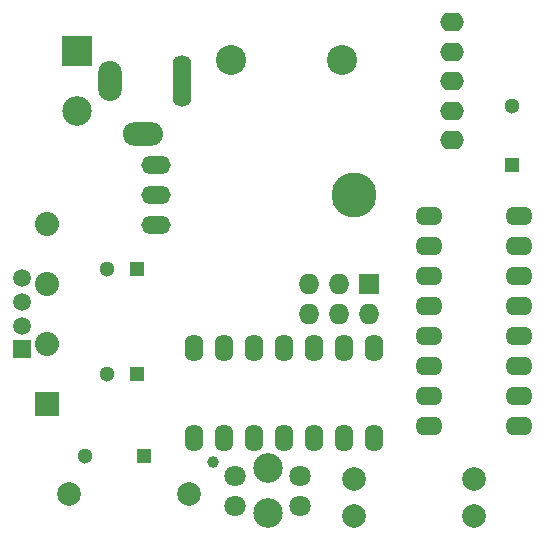
<source format=gbs>
G04 #@! TF.FileFunction,Soldermask,Bot*
%FSLAX46Y46*%
G04 Gerber Fmt 4.6, Leading zero omitted, Abs format (unit mm)*
G04 Created by KiCad (PCBNEW 4.0.4-stable) date 06/12/17 16:56:40*
%MOMM*%
%LPD*%
G01*
G04 APERTURE LIST*
%ADD10C,0.150000*%
%ADD11O,2.000000X1.600000*%
%ADD12C,1.800000*%
%ADD13C,2.500000*%
%ADD14C,1.000000*%
%ADD15R,1.300000X1.300000*%
%ADD16C,1.300000*%
%ADD17O,1.600200X4.399280*%
%ADD18O,1.998980X3.401060*%
%ADD19O,3.401060X1.998980*%
%ADD20R,2.499360X2.499360*%
%ADD21C,2.499360*%
%ADD22R,1.727200X1.727200*%
%ADD23O,1.727200X1.727200*%
%ADD24C,1.998980*%
%ADD25O,2.499360X1.501140*%
%ADD26C,3.799840*%
%ADD27R,2.032000X2.032000*%
%ADD28C,2.032000*%
%ADD29R,1.500000X1.500000*%
%ADD30C,1.500000*%
%ADD31C,2.540000*%
%ADD32O,1.600000X2.300000*%
%ADD33O,2.300000X1.600000*%
G04 APERTURE END LIST*
D10*
D11*
X43180000Y45005000D03*
X43180000Y42505000D03*
X43180000Y40005000D03*
X43180000Y37505000D03*
X43180000Y35005000D03*
D12*
X24831000Y4069000D03*
X24831000Y6609000D03*
X30331000Y6609000D03*
X30331000Y4069000D03*
D13*
X27581000Y3439000D03*
X27581000Y7239000D03*
D14*
X22931000Y7789000D03*
D15*
X17105000Y8255000D03*
D16*
X12105000Y8255000D03*
D15*
X48260000Y32900000D03*
D16*
X48260000Y37900000D03*
D17*
X20320000Y40005000D03*
D18*
X14224000Y40005000D03*
D19*
X17018000Y35560000D03*
D20*
X11430000Y42545000D03*
D21*
X11430000Y37465000D03*
D22*
X36195000Y22860000D03*
D23*
X36195000Y20320000D03*
X33655000Y22860000D03*
X33655000Y20320000D03*
X31115000Y22860000D03*
X31115000Y20320000D03*
D24*
X20955000Y5080000D03*
X10795000Y5080000D03*
X45085000Y3175000D03*
X34925000Y3175000D03*
X45085000Y6350000D03*
X34925000Y6350000D03*
D25*
X18176000Y30400000D03*
X18176000Y32940000D03*
X18176000Y27860000D03*
D26*
X34940000Y30400000D03*
D16*
X14010000Y24130000D03*
D15*
X16510000Y24130000D03*
D16*
X14010000Y15240000D03*
D15*
X16510000Y15240000D03*
D27*
X8890000Y12700000D03*
D28*
X8890000Y17780000D03*
X8890000Y22860000D03*
X8890000Y27940000D03*
D29*
X6779000Y17320000D03*
D30*
X6779000Y19320000D03*
X6779000Y21320000D03*
X6779000Y23320000D03*
D31*
X33909000Y41783000D03*
X24511000Y41783000D03*
D32*
X21320000Y9780000D03*
X23860000Y9780000D03*
X26400000Y9780000D03*
X28940000Y9780000D03*
X31480000Y9780000D03*
X34020000Y9780000D03*
X36560000Y9780000D03*
X36560000Y17400000D03*
X34020000Y17400000D03*
X31480000Y17400000D03*
X28940000Y17400000D03*
X26400000Y17400000D03*
X23860000Y17400000D03*
X21320000Y17400000D03*
D33*
X41275000Y28575000D03*
X41275000Y26035000D03*
X41275000Y23495000D03*
X41275000Y20955000D03*
X41275000Y18415000D03*
X41275000Y15875000D03*
X41275000Y13335000D03*
X41275000Y10795000D03*
X48895000Y10795000D03*
X48895000Y13335000D03*
X48895000Y15875000D03*
X48895000Y18415000D03*
X48895000Y20955000D03*
X48895000Y23495000D03*
X48895000Y26035000D03*
X48895000Y28575000D03*
M02*

</source>
